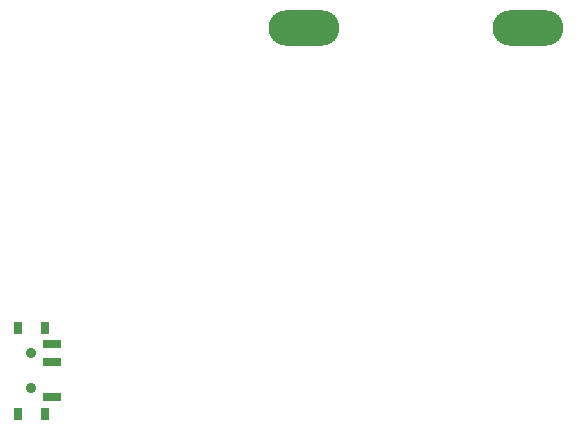
<source format=gbr>
%TF.GenerationSoftware,KiCad,Pcbnew,(5.1.10)-1*%
%TF.CreationDate,2021-10-17T16:42:44+02:00*%
%TF.ProjectId,TVZ_kuglica,54565a5f-6b75-4676-9c69-63612e6b6963,rev?*%
%TF.SameCoordinates,Original*%
%TF.FileFunction,Soldermask,Bot*%
%TF.FilePolarity,Negative*%
%FSLAX46Y46*%
G04 Gerber Fmt 4.6, Leading zero omitted, Abs format (unit mm)*
G04 Created by KiCad (PCBNEW (5.1.10)-1) date 2021-10-17 16:42:44*
%MOMM*%
%LPD*%
G01*
G04 APERTURE LIST*
%ADD10C,0.900000*%
%ADD11R,1.500000X0.700000*%
%ADD12R,0.800000X1.000000*%
%ADD13O,6.000000X3.000000*%
G04 APERTURE END LIST*
D10*
%TO.C,SW1*%
X104170000Y-101250000D03*
X104170000Y-98250000D03*
D11*
X105930000Y-102000000D03*
X105930000Y-99000000D03*
X105930000Y-97500000D03*
D12*
X103070000Y-103400000D03*
X103070000Y-96100000D03*
X105280000Y-96100000D03*
X105280000Y-103400000D03*
%TD*%
D13*
%TO.C,BT1*%
X127250000Y-70750000D03*
X146250000Y-70750000D03*
%TD*%
M02*

</source>
